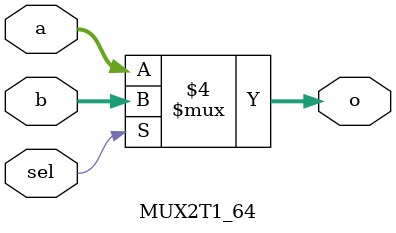
<source format=v>
`timescale 1ns / 1ps
module MUX2T1_64(input[63:0] a,
					  input[63:0] b,
					  input sel,
					  output reg[63:0] o
					  );
	always@*begin
		if(sel == 1) o <= b;
		else o <= a;
	end
endmodule

</source>
